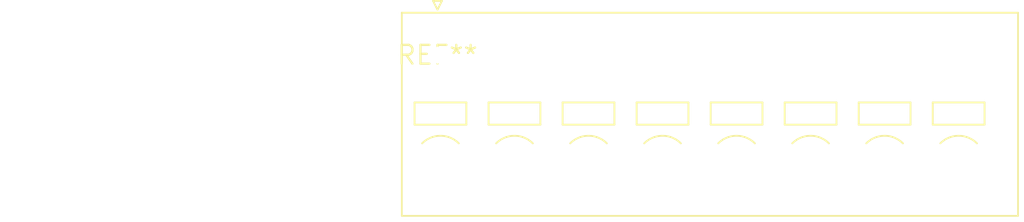
<source format=kicad_pcb>
(kicad_pcb (version 20240108) (generator pcbnew)
  (layers (0 "F.Cu" signal) (31 "B.Cu" signal) (34 "B.Paste" user) (35 "F.Paste" user) (36 "B.SilkS" user "B.Silkscreen") (37 "F.SilkS" user "F.Silkscreen") (38 "B.Mask" user) (39 "F.Mask" user) (44 "Edge.Cuts" user))
  (net 0 "")
  (footprint "PhoenixContact_SPT_2.5_8-V-5.0-EX_1x08_P5.0mm_Vertical" (layer "F.Cu") (at 0 0)
    (property "Reference" "REF**")
    (property "Value" "PhoenixContact_SPT_2.5_8-V-5.0-EX_1x08_P5.0mm_Vertical")
    (fp_line (start -2.41 -2.86) (end 39.21 -2.86) (layer "F.SilkS") (stroke (width 0.12)))
    (fp_line (start -2.41 10.86) (end -2.41 -2.86) (layer "F.SilkS") (stroke (width 0.12)))
    (fp_line (start -1.55 3.2) (end -1.55 4.7) (layer "F.SilkS") (stroke (width 0.12)))
    (fp_line (start -1.55 4.7) (end 1.95 4.7) (layer "F.SilkS") (stroke (width 0.12)))
    (fp_line (start -0.3 -3.66) (end 0 -3.06) (layer "F.SilkS") (stroke (width 0.12)))
    (fp_line (start -0.3 -3.66) (end 0.3 -3.66) (layer "F.SilkS") (stroke (width 0.12)))
    (fp_line (start 0.3 -3.66) (end 0 -3.06) (layer "F.SilkS") (stroke (width 0.12)))
    (fp_line (start 1.95 3.2) (end -1.55 3.2) (layer "F.SilkS") (stroke (width 0.12)))
    (fp_line (start 1.95 4.7) (end 1.95 3.2) (layer "F.SilkS") (stroke (width 0.12)))
    (fp_line (start 3.45 3.2) (end 3.45 4.7) (layer "F.SilkS") (stroke (width 0.12)))
    (fp_line (start 3.45 4.7) (end 6.95 4.7) (layer "F.SilkS") (stroke (width 0.12)))
    (fp_line (start 6.95 3.2) (end 3.45 3.2) (layer "F.SilkS") (stroke (width 0.12)))
    (fp_line (start 6.95 4.7) (end 6.95 3.2) (layer "F.SilkS") (stroke (width 0.12)))
    (fp_line (start 8.45 3.2) (end 8.45 4.7) (layer "F.SilkS") (stroke (width 0.12)))
    (fp_line (start 8.45 4.7) (end 11.95 4.7) (layer "F.SilkS") (stroke (width 0.12)))
    (fp_line (start 11.95 3.2) (end 8.45 3.2) (layer "F.SilkS") (stroke (width 0.12)))
    (fp_line (start 11.95 4.7) (end 11.95 3.2) (layer "F.SilkS") (stroke (width 0.12)))
    (fp_line (start 13.45 3.2) (end 13.45 4.7) (layer "F.SilkS") (stroke (width 0.12)))
    (fp_line (start 13.45 4.7) (end 16.95 4.7) (layer "F.SilkS") (stroke (width 0.12)))
    (fp_line (start 16.95 3.2) (end 13.45 3.2) (layer "F.SilkS") (stroke (width 0.12)))
    (fp_line (start 16.95 4.7) (end 16.95 3.2) (layer "F.SilkS") (stroke (width 0.12)))
    (fp_line (start 18.45 3.2) (end 18.45 4.7) (layer "F.SilkS") (stroke (width 0.12)))
    (fp_line (start 18.45 4.7) (end 21.95 4.7) (layer "F.SilkS") (stroke (width 0.12)))
    (fp_line (start 21.95 3.2) (end 18.45 3.2) (layer "F.SilkS") (stroke (width 0.12)))
    (fp_line (start 21.95 4.7) (end 21.95 3.2) (layer "F.SilkS") (stroke (width 0.12)))
    (fp_line (start 23.45 3.2) (end 23.45 4.7) (layer "F.SilkS") (stroke (width 0.12)))
    (fp_line (start 23.45 4.7) (end 26.95 4.7) (layer "F.SilkS") (stroke (width 0.12)))
    (fp_line (start 26.95 3.2) (end 23.45 3.2) (layer "F.SilkS") (stroke (width 0.12)))
    (fp_line (start 26.95 4.7) (end 26.95 3.2) (layer "F.SilkS") (stroke (width 0.12)))
    (fp_line (start 28.45 3.2) (end 28.45 4.7) (layer "F.SilkS") (stroke (width 0.12)))
    (fp_line (start 28.45 4.7) (end 31.95 4.7) (layer "F.SilkS") (stroke (width 0.12)))
    (fp_line (start 31.95 3.2) (end 28.45 3.2) (layer "F.SilkS") (stroke (width 0.12)))
    (fp_line (start 31.95 4.7) (end 31.95 3.2) (layer "F.SilkS") (stroke (width 0.12)))
    (fp_line (start 33.45 3.2) (end 33.45 4.7) (layer "F.SilkS") (stroke (width 0.12)))
    (fp_line (start 33.45 4.7) (end 36.95 4.7) (layer "F.SilkS") (stroke (width 0.12)))
    (fp_line (start 36.95 3.2) (end 33.45 3.2) (layer "F.SilkS") (stroke (width 0.12)))
    (fp_line (start 36.95 4.7) (end 36.95 3.2) (layer "F.SilkS") (stroke (width 0.12)))
    (fp_line (start 39.21 -2.86) (end 39.21 10.86) (layer "F.SilkS") (stroke (width 0.12)))
    (fp_line (start 39.21 10.86) (end -2.41 10.86) (layer "F.SilkS") (stroke (width 0.12)))
    (fp_arc (start -1.037437 5.962563) (mid 0.2 5.45) (end 1.437437 5.962563) (layer "F.SilkS") (stroke (width 0.12)))
    (fp_arc (start 3.962563 5.962563) (mid 5.2 5.45) (end 6.437437 5.962563) (layer "F.SilkS") (stroke (width 0.12)))
    (fp_arc (start 8.962563 5.962563) (mid 10.2 5.45) (end 11.437437 5.962563) (layer "F.SilkS") (stroke (width 0.12)))
    (fp_arc (start 13.962563 5.962563) (mid 15.2 5.45) (end 16.437437 5.962563) (layer "F.SilkS") (stroke (width 0.12)))
    (fp_arc (start 18.962563 5.962563) (mid 20.2 5.45) (end 21.437437 5.962563) (layer "F.SilkS") (stroke (width 0.12)))
    (fp_arc (start 23.962563 5.962563) (mid 25.2 5.45) (end 26.437437 5.962563) (layer "F.SilkS") (stroke (width 0.12)))
    (fp_arc (start 28.962563 5.962563) (mid 30.2 5.45) (end 31.437437 5.962563) (layer "F.SilkS") (stroke (width 0.12)))
    (fp_arc (start 33.962563 5.962563) (mid 35.2 5.45) (end 36.437437 5.962563) (layer "F.SilkS") (stroke (width 0.12)))
    (pad "1" thru_hole roundrect (at 0 0) (size 1.8 3.3) (drill 1.1) (layers *.Cu *.Mask) (remove_unused_layers) (roundrect_rratio 0.138889))
    (pad "1" thru_hole roundrect (at 0 8.2) (size 1.8 3.3) (drill 1.1) (layers *.Cu *.Mask) (remove_unused_layers) (roundrect_rratio 0.138889))
    (pad "2" thru_hole oval (at 5 0) (size 1.8 3.3) (drill 1.1) (layers *.Cu *.Mask) (remove_unused_layers))
    (pad "2" thru_hole oval (at 5 8.2) (size 1.8 3.3) (drill 1.1) (layers *.Cu *.Mask) (remove_unused_layers))
    (pad "3" thru_hole oval (at 10 0) (size 1.8 3.3) (drill 1.1) (layers *.Cu *.Mask) (remove_unused_layers))
    (pad "3" thru_hole oval (at 10 8.2) (size 1.8 3.3) (drill 1.1) (layers *.Cu *.Mask) (remove_unused_layers))
    (pad "4" thru_hole oval (at 15 0) (size 1.8 3.3) (drill 1.1) (layers *.Cu *.Mask) (remove_unused_layers))
    (pad "4" thru_hole oval (at 15 8.2) (size 1.8 3.3) (drill 1.1) (layers *.Cu *.Mask) (remove_unused_layers))
    (pad "5" thru_hole oval (at 20 0) (size 1.8 3.3) (drill 1.1) (layers *.Cu *.Mask) (remove_unused_layers))
    (pad "5" thru_hole oval (at 20 8.2) (size 1.8 3.3) (drill 1.1) (layers *.Cu *.Mask) (remove_unused_layers))
    (pad "6" thru_hole oval (at 25 0) (size 1.8 3.3) (drill 1.1) (layers *.Cu *.Mask) (remove_unused_layers))
    (pad "6" thru_hole oval (at 25 8.2) (size 1.8 3.3) (drill 1.1) (layers *.Cu *.Mask) (remove_unused_layers))
    (pad "7" thru_hole oval (at 30 0) (size 1.8 3.3) (drill 1.1) (layers *.Cu *.Mask) (remove_unused_layers))
    (pad "7" thru_hole oval (at 30 8.2) (size 1.8 3.3) (drill 1.1) (layers *.Cu *.Mask) (remove_unused_layers))
    (pad "8" thru_hole oval (at 35 0) (size 1.8 3.3) (drill 1.1) (layers *.Cu *.Mask) (remove_unused_layers))
    (pad "8" thru_hole oval (at 35 8.2) (size 1.8 3.3) (drill 1.1) (layers *.Cu *.Mask) (remove_unused_layers))
  )
)
</source>
